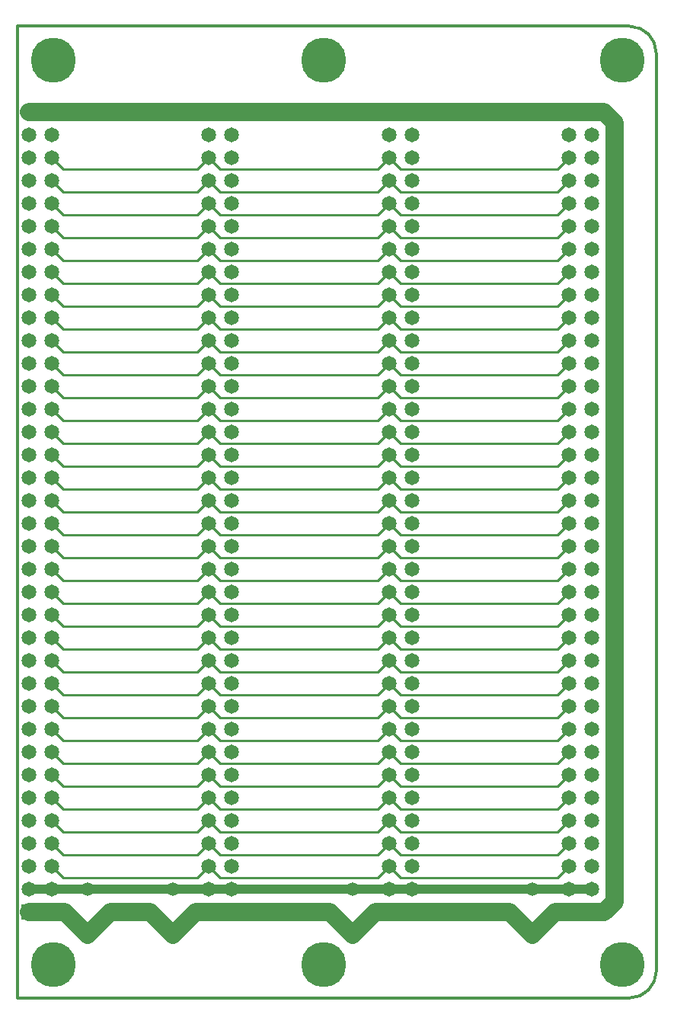
<source format=gtl>
G04 Layer_Physical_Order=1*
G04 Layer_Color=255*
%FSLAX44Y44*%
%MOMM*%
G71*
G01*
G75*
%ADD10C,0.2500*%
%ADD11C,2.0000*%
%ADD12C,1.0000*%
%ADD13C,0.3500*%
%ADD14C,5.0000*%
%ADD15C,1.5000*%
%ADD16C,1.6510*%
%ADD17R,1.6510X1.6510*%
D10*
X38100Y-146300D02*
X50799Y-158999D01*
X38100Y-171700D02*
X50799Y-184399D01*
X38100Y-197100D02*
X50799Y-209799D01*
X38100Y-222500D02*
X50799Y-235199D01*
X38100Y-247900D02*
X50799Y-260599D01*
X38100Y-273300D02*
X50799Y-285999D01*
X38100Y-298700D02*
X50799Y-311399D01*
X38100Y-324100D02*
X50799Y-336799D01*
X38100Y-349500D02*
X50799Y-362199D01*
X38100Y-374900D02*
X50799Y-387599D01*
X38100Y-400300D02*
X50799Y-412999D01*
X38100Y-425700D02*
X50799Y-438399D01*
X38100Y-451100D02*
X50799Y-463799D01*
X38100Y-476500D02*
X50799Y-489199D01*
X38100Y-501900D02*
X50799Y-514599D01*
X38100Y-527300D02*
X50799Y-539999D01*
X38100Y-552700D02*
X50799Y-565399D01*
X38100Y-578100D02*
X50799Y-590799D01*
X38100Y-603500D02*
X50799Y-616199D01*
X38100Y-628900D02*
X50799Y-641599D01*
X38100Y-654300D02*
X50799Y-666999D01*
X38100Y-679700D02*
X50799Y-692399D01*
X38100Y-705100D02*
X50799Y-717799D01*
X38100Y-730500D02*
X50799Y-743199D01*
X38100Y-755900D02*
X50799Y-768599D01*
X38100Y-781300D02*
X50799Y-793999D01*
X38100Y-806700D02*
X50799Y-819399D01*
X38100Y-832100D02*
X50799Y-844799D01*
X38100Y-857500D02*
X50799Y-870199D01*
X200000D01*
X212700Y-857500D01*
X38100Y-882900D02*
X50799Y-895599D01*
X38100Y-908300D02*
X50799Y-920999D01*
X38100Y-933700D02*
X50799Y-946399D01*
X638100Y-832100D02*
X638500Y-832500D01*
X638100Y-679700D02*
X641050D01*
X638100Y-654300D02*
X638800Y-655000D01*
X50799Y-158999D02*
X200000D01*
X212700Y-146300D01*
X225400Y-158999D01*
X400000D01*
X412700Y-146300D01*
X425400Y-158999D01*
X600000D01*
X612700Y-146300D01*
X50799Y-184399D02*
X200000D01*
X212700Y-171700D01*
X225400Y-184399D01*
X400000D01*
X412700Y-171700D01*
X425400Y-184399D01*
X600000D01*
X612700Y-171700D01*
X50799Y-209799D02*
X200000D01*
X212700Y-197100D01*
X225400Y-209799D01*
X400000D01*
X412700Y-197100D01*
X425400Y-209799D01*
X600000D01*
X612700Y-197100D01*
X50799Y-235199D02*
X200000D01*
X212700Y-222500D01*
X225400Y-235199D01*
X400000D01*
X412700Y-222500D01*
X425400Y-235199D01*
X600000D01*
X612700Y-222500D01*
X50799Y-260599D02*
X200000D01*
X212700Y-247900D01*
X225400Y-260599D01*
X400000D01*
X412700Y-247900D01*
X425400Y-260599D01*
X600000D01*
X612700Y-247900D01*
X50799Y-285999D02*
X200000D01*
X212700Y-273300D01*
X225400Y-285999D01*
X400000D01*
X412700Y-273300D01*
X425400Y-285999D01*
X600000D01*
X612700Y-273300D01*
X50799Y-311399D02*
X200000D01*
X212700Y-298700D01*
X225400Y-311399D01*
X400000D01*
X412700Y-298700D01*
X425400Y-311399D01*
X600000D01*
X612700Y-298700D01*
X50799Y-336799D02*
X200000D01*
X212700Y-324100D01*
X225400Y-336799D01*
X400000D01*
X412700Y-324100D01*
X425400Y-336799D01*
X600000D01*
X612700Y-324100D01*
X50799Y-362199D02*
X200000D01*
X212700Y-349500D01*
X225400Y-362199D01*
X400000D01*
X412700Y-349500D01*
X425400Y-362199D01*
X600000D01*
X612700Y-349500D01*
X50799Y-387599D02*
X200000D01*
X212700Y-374900D01*
X225400Y-387599D01*
X400000D01*
X412700Y-374900D01*
X425400Y-387599D01*
X600000D01*
X612700Y-374900D01*
X50799Y-412999D02*
X200000D01*
X212700Y-400300D01*
X225400Y-412999D01*
X400000D01*
X412700Y-400300D01*
X425400Y-412999D01*
X600000D01*
X612700Y-400300D01*
X50799Y-438399D02*
X200000D01*
X212700Y-425700D01*
X225400Y-438399D01*
X400000D01*
X412700Y-425700D01*
X425400Y-438399D01*
X600000D01*
X612700Y-425700D01*
X50799Y-463799D02*
X200000D01*
X212700Y-451100D01*
X225400Y-463799D01*
X400000D01*
X412700Y-451100D01*
X425400Y-463799D01*
X600000D01*
X612700Y-451100D01*
X50799Y-489199D02*
X200000D01*
X212700Y-476500D01*
X225400Y-489199D01*
X400000D01*
X412700Y-476500D01*
X425400Y-489199D01*
X600000D01*
X612700Y-476500D01*
X50799Y-514599D02*
X200000D01*
X212700Y-501900D01*
X225400Y-514599D01*
X400000D01*
X412700Y-501900D01*
X425400Y-514599D01*
X600000D01*
X612700Y-501900D01*
X50799Y-539999D02*
X200000D01*
X212700Y-527300D01*
X225400Y-539999D01*
X400000D01*
X412700Y-527300D01*
X425400Y-539999D01*
X600000D01*
X612700Y-527300D01*
X50799Y-565399D02*
X200000D01*
X212700Y-552700D01*
X225400Y-565399D01*
X400000D01*
X412700Y-552700D01*
X425400Y-565399D01*
X600000D01*
X612700Y-552700D01*
X50799Y-590799D02*
X200000D01*
X212700Y-578100D01*
X225400Y-590799D01*
X400000D01*
X412700Y-578100D01*
X425400Y-590799D01*
X600000D01*
X612700Y-578100D01*
X50799Y-616199D02*
X200000D01*
X212700Y-603500D01*
X225400Y-616199D01*
X400000D01*
X412700Y-603500D01*
X425400Y-616199D01*
X600000D01*
X612700Y-603500D01*
X50799Y-641599D02*
X200000D01*
X212700Y-628900D01*
X225400Y-641599D01*
X400000D01*
X412700Y-628900D01*
X425400Y-641599D01*
X600000D01*
X612700Y-628900D01*
X50799Y-666999D02*
X200000D01*
X212700Y-654300D01*
X225400Y-666999D01*
X400000D01*
X412700Y-654300D01*
X425400Y-666999D01*
X600000D01*
X612700Y-654300D01*
X50799Y-692399D02*
X200000D01*
X212700Y-679700D01*
X225400Y-692399D01*
X400000D01*
X412700Y-679700D01*
X425400Y-692399D01*
X600000D01*
X612700Y-679700D01*
X50799Y-717799D02*
X200000D01*
X212700Y-705100D01*
X225400Y-717799D01*
X400000D01*
X412700Y-705100D01*
X425400Y-717799D01*
X600000D01*
X612700Y-705100D01*
X50799Y-743199D02*
X200000D01*
X212700Y-730500D01*
X225400Y-743199D01*
X400000D01*
X412700Y-730500D01*
X425400Y-743199D01*
X600000D01*
X612700Y-730500D01*
X50799Y-768599D02*
X200000D01*
X212700Y-755900D01*
X225400Y-768599D01*
X400000D01*
X412700Y-755900D01*
X425400Y-768599D01*
X600000D01*
X612700Y-755900D01*
X50799Y-793999D02*
X200000D01*
X212700Y-781300D01*
X225400Y-793999D01*
X400000D01*
X412700Y-781300D01*
X425400Y-793999D01*
X600000D01*
X612700Y-781300D01*
X50799Y-819399D02*
X200000D01*
X212700Y-806700D01*
X225400Y-819399D01*
X400000D01*
X412700Y-806700D01*
X425400Y-819399D01*
X600000D01*
X612700Y-806700D01*
X50799Y-844799D02*
X200000D01*
X212700Y-832100D01*
X225400Y-844799D01*
X400000D01*
X412700Y-832100D01*
X425400Y-844799D01*
X600000D01*
X612700Y-832100D01*
X212700Y-857500D02*
X225400Y-870199D01*
X400000D01*
X412700Y-857500D01*
X425400Y-870199D01*
X600000D01*
X612700Y-857500D01*
X50799Y-895599D02*
X200000D01*
X212700Y-882900D01*
X225400Y-895599D01*
X400000D01*
X412700Y-882900D01*
X425400Y-895599D01*
X600000D01*
X612700Y-882900D01*
X50799Y-920999D02*
X200000D01*
X212700Y-908300D01*
X225400Y-920999D01*
X400000D01*
X412700Y-908300D01*
X425400Y-920999D01*
X600000D01*
X612700Y-908300D01*
X600000Y-946399D02*
X612700Y-933700D01*
X425400Y-946399D02*
X600000D01*
X412700Y-933700D02*
X425400Y-946399D01*
X400000D02*
X412700Y-933700D01*
X225400Y-946399D02*
X400000D01*
X212700Y-933700D02*
X225400Y-946399D01*
X200000D02*
X212700Y-933700D01*
X50799Y-946399D02*
X200000D01*
D11*
X638100Y-95500D02*
X651750D01*
X663250Y-107000D01*
Y-973000D02*
Y-107000D01*
X651750Y-984500D02*
X663250Y-973000D01*
X638100Y-984500D02*
X651750D01*
X612700D02*
X638100D01*
X412700D02*
X438100D01*
X212700D02*
X238100D01*
X12700D02*
X38100D01*
X612700Y-95500D02*
X638100D01*
X438100D02*
X612700D01*
X412700D02*
X438100D01*
X238100D02*
X412700D01*
X212700D02*
X238100D01*
X38100D02*
X212700D01*
X12700D02*
X38100D01*
Y-984500D02*
X52100D01*
X77500Y-1009900D01*
X172500D02*
X197900Y-984500D01*
X212700D01*
X238100D02*
X347100D01*
X372500Y-1009900D01*
X397900Y-984500D01*
X412700D01*
X438100D02*
X547100D01*
X572500Y-1009900D01*
X597900Y-984500D01*
X612700D01*
X147100D02*
X172500Y-1009900D01*
X77500D02*
X102900Y-984500D01*
X147100D01*
D12*
X612700Y-959100D02*
X638100D01*
X412700D02*
X438100D01*
X212700D02*
X238100D01*
X12700D02*
X38100D01*
X77500D01*
X172500D02*
X212700D01*
X77500D02*
X172500D01*
X238100D02*
X372500D01*
X412700D01*
X438100D02*
X572500D01*
X612700D01*
D13*
X710000Y-30000D02*
G03*
X680000Y0I-30000J0D01*
G01*
Y-1080000D02*
G03*
X710000Y-1050000I0J30000D01*
G01*
X0Y0D02*
X680000D01*
X710000Y-1050000D02*
Y-30000D01*
X0Y-1080000D02*
X680000D01*
X0D02*
Y0D01*
D14*
X672500Y-37500D02*
D03*
X672500Y-1042500D02*
D03*
X340000Y-37500D02*
D03*
Y-1042500D02*
D03*
X40000D02*
D03*
Y-37500D02*
D03*
D15*
X572500Y-959100D02*
D03*
Y-1009900D02*
D03*
X372500Y-959100D02*
D03*
Y-1009900D02*
D03*
X172500Y-959100D02*
D03*
Y-1009900D02*
D03*
X77500Y-959100D02*
D03*
Y-1009900D02*
D03*
D16*
X638100Y-95500D02*
D03*
X612700D02*
D03*
X638100Y-197100D02*
D03*
X612700D02*
D03*
X638100Y-171700D02*
D03*
X612700D02*
D03*
X638100Y-146300D02*
D03*
X612700D02*
D03*
X638100Y-120900D02*
D03*
X612700D02*
D03*
X638100Y-222500D02*
D03*
X612700D02*
D03*
X638100Y-349500D02*
D03*
X612700D02*
D03*
X638100Y-324100D02*
D03*
X612700D02*
D03*
X638100Y-298700D02*
D03*
X612700D02*
D03*
X638100Y-273300D02*
D03*
X612700D02*
D03*
X638100Y-247900D02*
D03*
X612700D02*
D03*
Y-984500D02*
D03*
X638100Y-959100D02*
D03*
X612700D02*
D03*
X638100Y-933700D02*
D03*
X612700D02*
D03*
X638100Y-908300D02*
D03*
X612700D02*
D03*
X638100Y-882900D02*
D03*
X612700D02*
D03*
X638100Y-857500D02*
D03*
X612700D02*
D03*
X638100Y-832100D02*
D03*
X612700D02*
D03*
X638100Y-806700D02*
D03*
X612700D02*
D03*
X638100Y-781300D02*
D03*
X612700D02*
D03*
X638100Y-755900D02*
D03*
X612700D02*
D03*
X638100Y-730500D02*
D03*
X612700D02*
D03*
X638100Y-705100D02*
D03*
X612700D02*
D03*
X638100Y-679700D02*
D03*
X612700D02*
D03*
X638100Y-654300D02*
D03*
X612700D02*
D03*
X638100Y-628900D02*
D03*
X612700D02*
D03*
X638100Y-603500D02*
D03*
X612700D02*
D03*
X638100Y-578100D02*
D03*
X612700D02*
D03*
X638100Y-552700D02*
D03*
X612700D02*
D03*
X638100Y-527300D02*
D03*
X612700D02*
D03*
X638100Y-501900D02*
D03*
X612700D02*
D03*
X638100Y-476500D02*
D03*
X612700D02*
D03*
X638100Y-451100D02*
D03*
X612700D02*
D03*
X638100Y-425700D02*
D03*
X612700D02*
D03*
X638100Y-400300D02*
D03*
X612700D02*
D03*
X638100Y-374900D02*
D03*
X612700D02*
D03*
X438100Y-95500D02*
D03*
X412700D02*
D03*
X438100Y-197100D02*
D03*
X412700D02*
D03*
X438100Y-171700D02*
D03*
X412700D02*
D03*
X438100Y-146300D02*
D03*
X412700D02*
D03*
X438100Y-120900D02*
D03*
X412700D02*
D03*
X438100Y-222500D02*
D03*
X412700D02*
D03*
X438100Y-349500D02*
D03*
X412700D02*
D03*
X438100Y-324100D02*
D03*
X412700D02*
D03*
X438100Y-298700D02*
D03*
X412700D02*
D03*
X438100Y-273300D02*
D03*
X412700D02*
D03*
X438100Y-247900D02*
D03*
X412700D02*
D03*
Y-984500D02*
D03*
X438100Y-959100D02*
D03*
X412700D02*
D03*
X438100Y-933700D02*
D03*
X412700D02*
D03*
X438100Y-908300D02*
D03*
X412700D02*
D03*
X438100Y-882900D02*
D03*
X412700D02*
D03*
X438100Y-857500D02*
D03*
X412700D02*
D03*
X438100Y-832100D02*
D03*
X412700D02*
D03*
X438100Y-806700D02*
D03*
X412700D02*
D03*
X438100Y-781300D02*
D03*
X412700D02*
D03*
X438100Y-755900D02*
D03*
X412700D02*
D03*
X438100Y-730500D02*
D03*
X412700D02*
D03*
X438100Y-705100D02*
D03*
X412700D02*
D03*
X438100Y-679700D02*
D03*
X412700D02*
D03*
X438100Y-654300D02*
D03*
X412700D02*
D03*
X438100Y-628900D02*
D03*
X412700D02*
D03*
X438100Y-603500D02*
D03*
X412700D02*
D03*
X438100Y-578100D02*
D03*
X412700D02*
D03*
X438100Y-552700D02*
D03*
X412700D02*
D03*
X438100Y-527300D02*
D03*
X412700D02*
D03*
X438100Y-501900D02*
D03*
X412700D02*
D03*
X438100Y-476500D02*
D03*
X412700D02*
D03*
X438100Y-451100D02*
D03*
X412700D02*
D03*
X438100Y-425700D02*
D03*
X412700D02*
D03*
X438100Y-400300D02*
D03*
X412700D02*
D03*
X438100Y-374900D02*
D03*
X412700D02*
D03*
X238100Y-95500D02*
D03*
X212700D02*
D03*
X238100Y-197100D02*
D03*
X212700D02*
D03*
X238100Y-171700D02*
D03*
X212700D02*
D03*
X238100Y-146300D02*
D03*
X212700D02*
D03*
X238100Y-120900D02*
D03*
X212700D02*
D03*
X238100Y-222500D02*
D03*
X212700D02*
D03*
X238100Y-349500D02*
D03*
X212700D02*
D03*
X238100Y-324100D02*
D03*
X212700D02*
D03*
X238100Y-298700D02*
D03*
X212700D02*
D03*
X238100Y-273300D02*
D03*
X212700D02*
D03*
X238100Y-247900D02*
D03*
X212700D02*
D03*
Y-984500D02*
D03*
X238100Y-959100D02*
D03*
X212700D02*
D03*
X238100Y-933700D02*
D03*
X212700D02*
D03*
X238100Y-908300D02*
D03*
X212700D02*
D03*
X238100Y-882900D02*
D03*
X212700D02*
D03*
X238100Y-857500D02*
D03*
X212700D02*
D03*
X238100Y-832100D02*
D03*
X212700D02*
D03*
X238100Y-806700D02*
D03*
X212700D02*
D03*
X238100Y-781300D02*
D03*
X212700D02*
D03*
X238100Y-755900D02*
D03*
X212700D02*
D03*
X238100Y-730500D02*
D03*
X212700D02*
D03*
X238100Y-705100D02*
D03*
X212700D02*
D03*
X238100Y-679700D02*
D03*
X212700D02*
D03*
X238100Y-654300D02*
D03*
X212700D02*
D03*
X238100Y-628900D02*
D03*
X212700D02*
D03*
X238100Y-603500D02*
D03*
X212700D02*
D03*
X238100Y-578100D02*
D03*
X212700D02*
D03*
X238100Y-552700D02*
D03*
X212700D02*
D03*
X238100Y-527300D02*
D03*
X212700D02*
D03*
X238100Y-501900D02*
D03*
X212700D02*
D03*
X238100Y-476500D02*
D03*
X212700D02*
D03*
X238100Y-451100D02*
D03*
X212700D02*
D03*
X238100Y-425700D02*
D03*
X212700D02*
D03*
X238100Y-400300D02*
D03*
X212700D02*
D03*
X238100Y-374900D02*
D03*
X212700D02*
D03*
X12700Y-95500D02*
D03*
X38100D02*
D03*
X12700Y-197100D02*
D03*
X38100D02*
D03*
X12700Y-171700D02*
D03*
X38100D02*
D03*
X12700Y-146300D02*
D03*
X38100D02*
D03*
X12700Y-120900D02*
D03*
X38100D02*
D03*
X12700Y-222500D02*
D03*
X38100D02*
D03*
X12700Y-349500D02*
D03*
X38100D02*
D03*
X12700Y-324100D02*
D03*
X38100D02*
D03*
X12700Y-298700D02*
D03*
X38100D02*
D03*
X12700Y-273300D02*
D03*
X38100D02*
D03*
X12700Y-247900D02*
D03*
X38100D02*
D03*
Y-984500D02*
D03*
X12700Y-959100D02*
D03*
X38100D02*
D03*
X12700Y-933700D02*
D03*
X38100D02*
D03*
X12700Y-908300D02*
D03*
X38100D02*
D03*
X12700Y-882900D02*
D03*
X38100D02*
D03*
X12700Y-857500D02*
D03*
X38100D02*
D03*
X12700Y-832100D02*
D03*
X38100D02*
D03*
X12700Y-806700D02*
D03*
X38100D02*
D03*
X12700Y-781300D02*
D03*
X38100D02*
D03*
X12700Y-755900D02*
D03*
X38100D02*
D03*
X12700Y-730500D02*
D03*
X38100D02*
D03*
X12700Y-705100D02*
D03*
X38100D02*
D03*
X12700Y-679700D02*
D03*
X38100D02*
D03*
X12700Y-654300D02*
D03*
X38100D02*
D03*
X12700Y-628900D02*
D03*
X38100D02*
D03*
X12700Y-603500D02*
D03*
X38100D02*
D03*
X12700Y-578100D02*
D03*
X38100D02*
D03*
X12700Y-552700D02*
D03*
X38100D02*
D03*
X12700Y-527300D02*
D03*
X38100D02*
D03*
X12700Y-501900D02*
D03*
X38100D02*
D03*
X12700Y-476500D02*
D03*
X38100D02*
D03*
X12700Y-451100D02*
D03*
X38100D02*
D03*
X12700Y-425700D02*
D03*
X38100D02*
D03*
X12700Y-400300D02*
D03*
X38100D02*
D03*
X12700Y-374900D02*
D03*
X38100D02*
D03*
D17*
X638100Y-984500D02*
D03*
X438100D02*
D03*
X238100D02*
D03*
X12700D02*
D03*
M02*

</source>
